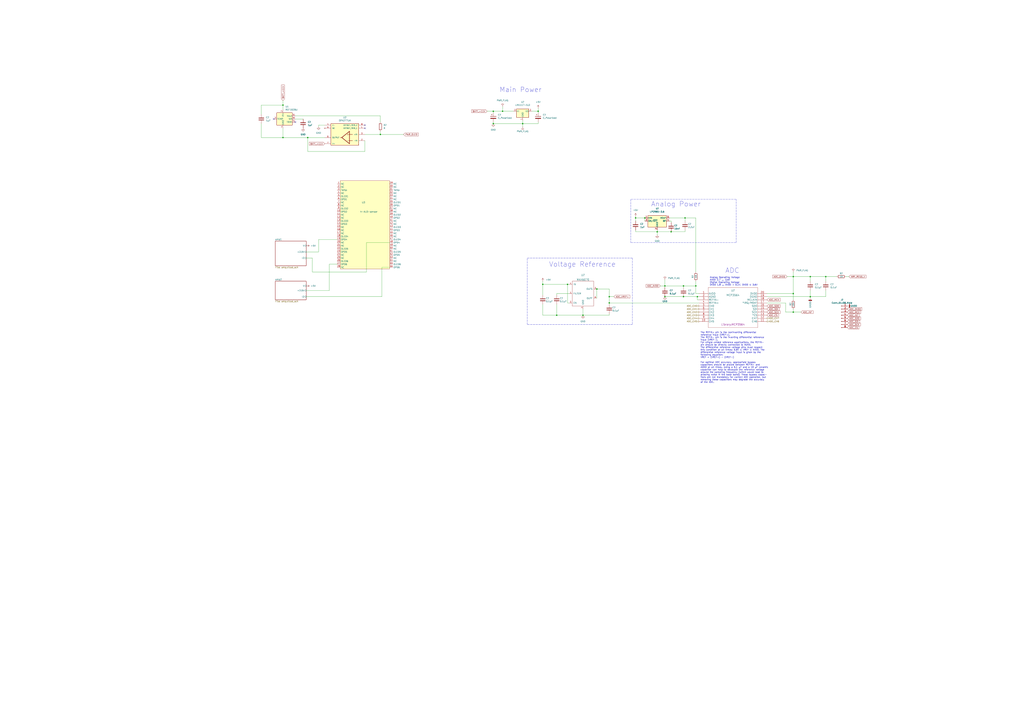
<source format=kicad_sch>
(kicad_sch (version 20211123) (generator eeschema)
  (paper "A1")
  (lib_symbols
    (symbol "Connector:Conn_01x08_Male" (pin_names (offset 1.016) hide)
      (property "Reference" "J" (at 0 10.16 0))
      (property "Value" "Conn_01x08_Male" (at 0 -12.7 0))
      (symbol "Conn_01x08_Male_1_1"
        (polyline (pts (xy 1.27 -10.16) (xy 0.8636 -10.16)) (stroke (width 0.1524)))
        (polyline (pts (xy 1.27 -7.62) (xy 0.8636 -7.62)) (stroke (width 0.1524)))
        (polyline (pts (xy 1.27 -5.08) (xy 0.8636 -5.08)) (stroke (width 0.1524)))
        (polyline (pts (xy 1.27 -2.54) (xy 0.8636 -2.54)) (stroke (width 0.1524)))
        (polyline (pts (xy 1.27 0) (xy 0.8636 0)) (stroke (width 0.1524)))
        (polyline (pts (xy 1.27 2.54) (xy 0.8636 2.54)) (stroke (width 0.1524)))
        (polyline (pts (xy 1.27 5.08) (xy 0.8636 5.08)) (stroke (width 0.1524)))
        (polyline (pts (xy 1.27 7.62) (xy 0.8636 7.62)) (stroke (width 0.1524)))
        (rectangle (start 0.8636 -10.033) (end 0 -10.287) (stroke (width 0.1524)) (fill (type outline)))
        (rectangle (start 0.8636 -7.493) (end 0 -7.747) (stroke (width 0.1524)) (fill (type outline)))
        (rectangle (start 0.8636 -4.953) (end 0 -5.207) (stroke (width 0.1524)) (fill (type outline)))
        (rectangle (start 0.8636 -2.413) (end 0 -2.667) (stroke (width 0.1524)) (fill (type outline)))
        (rectangle (start 0.8636 0.127) (end 0 -0.127) (stroke (width 0.1524)) (fill (type outline)))
        (rectangle (start 0.8636 2.667) (end 0 2.413) (stroke (width 0.1524)) (fill (type outline)))
        (rectangle (start 0.8636 5.207) (end 0 4.953) (stroke (width 0.1524)) (fill (type outline)))
        (rectangle (start 0.8636 7.747) (end 0 7.493) (stroke (width 0.1524)) (fill (type outline)))
        (pin passive line (at 5.08 7.62 180) (length 3.81) (name "Pin_1") (number "1"))
        (pin passive line (at 5.08 5.08 180) (length 3.81) (name "Pin_2") (number "2"))
        (pin passive line (at 5.08 2.54 180) (length 3.81) (name "Pin_3") (number "3"))
        (pin passive line (at 5.08 0 180) (length 3.81) (name "Pin_4") (number "4"))
        (pin passive line (at 5.08 -2.54 180) (length 3.81) (name "Pin_5") (number "5"))
        (pin passive line (at 5.08 -5.08 180) (length 3.81) (name "Pin_6") (number "6"))
        (pin passive line (at 5.08 -7.62 180) (length 3.81) (name "Pin_7") (number "7"))
        (pin passive line (at 5.08 -10.16 180) (length 3.81) (name "Pin_8") (number "8"))
      )
    )
    (symbol "Device:C" (pin_numbers hide) (pin_names (offset 0.254))
      (property "Reference" "C" (at 0.635 2.54 0))
      (property "Value" "C" (at 0.635 -2.54 0))
      (symbol "C_0_1"
        (polyline (pts (xy -2.032 -0.762) (xy 2.032 -0.762)) (stroke (width 0.508)))
        (polyline (pts (xy -2.032 0.762) (xy 2.032 0.762)) (stroke (width 0.508)))
      )
      (symbol "C_1_1"
        (pin passive line (at 0 3.81 270) (length 2.794) (name "~") (number "1"))
        (pin passive line (at 0 -3.81 90) (length 2.794) (name "~") (number "2"))
      )
    )
    (symbol "Device:C_Polarized" (pin_numbers hide) (pin_names (offset 0.254))
      (property "Reference" "C" (at 0.635 2.54 0))
      (property "Value" "C_Polarized" (at 0.635 -2.54 0))
      (symbol "C_Polarized_0_1"
        (rectangle (start -2.286 0.508) (end 2.286 1.016))
        (polyline (pts (xy -1.778 2.286) (xy -0.762 2.286)))
        (polyline (pts (xy -1.27 2.794) (xy -1.27 1.778)))
        (rectangle (start 2.286 -0.508) (end -2.286 -1.016) (fill (type outline)))
      )
      (symbol "C_Polarized_1_1"
        (pin passive line (at 0 3.81 270) (length 2.794) (name "~") (number "1"))
        (pin passive line (at 0 -3.81 90) (length 2.794) (name "~") (number "2"))
      )
    )
    (symbol "Device:R" (pin_numbers hide) (pin_names (offset 0))
      (property "Reference" "R" (at 2.032 0 90))
      (property "Value" "R" (at 0 0 90))
      (symbol "R_0_1"
        (rectangle (start -1.016 -2.54) (end 1.016 2.54) (stroke (width 0.254)))
      )
      (symbol "R_1_1"
        (pin passive line (at 0 3.81 270) (length 1.27) (name "~") (number "1"))
        (pin passive line (at 0 -3.81 90) (length 1.27) (name "~") (number "2"))
      )
    )
    (symbol "MCP3564:MCP3564" (pin_names (offset 0.254))
      (property "Reference" "U5" (at 27.94 2.54 0))
      (property "Value" "MCP3564" (at 27.94 -1.27 0))
      (property "Footprint" "Library:MCP3564" (at 27.94 6.096 0))
      (symbol "MCP3564_1_1"
        (polyline (pts (xy 7.62 -27.94) (xy 48.26 -27.94)) (stroke (width 0.127)))
        (polyline (pts (xy 7.62 5.08) (xy 7.62 -27.94)) (stroke (width 0.127)))
        (polyline (pts (xy 48.26 -27.94) (xy 48.26 5.08)) (stroke (width 0.127)))
        (polyline (pts (xy 48.26 5.08) (xy 7.62 5.08)) (stroke (width 0.127)))
        (pin power_in line (at 0 0 0) (length 7.62) (name "AVDD") (number "1"))
        (pin input line (at 0 -22.86 0) (length 7.62) (name "CH5") (number "10"))
        (pin input line (at 55.88 -22.86 180) (length 7.62) (name "CH6") (number "11"))
        (pin input line (at 55.88 -20.32 180) (length 7.62) (name "CH7") (number "12"))
        (pin input line (at 55.88 -17.78 180) (length 7.62) (name "*CS") (number "13"))
        (pin input line (at 55.88 -15.24 180) (length 7.62) (name "SCK") (number "14"))
        (pin input line (at 55.88 -12.7 180) (length 7.62) (name "SDI") (number "15"))
        (pin output line (at 55.88 -10.16 180) (length 7.62) (name "SDO") (number "16"))
        (pin output line (at 55.88 -7.62 180) (length 7.62) (name "*IRQ/MDAT") (number "17"))
        (pin bidirectional line (at 55.88 -5.08 180) (length 7.62) (name "MCLKIN") (number "18"))
        (pin power_in line (at 55.88 -2.54 180) (length 7.62) (name "DGND") (number "19"))
        (pin power_in line (at 0 -2.54 0) (length 7.62) (name "AGND") (number "2"))
        (pin power_in line (at 55.88 0 180) (length 7.62) (name "DVDD") (number "20"))
        (pin input line (at 0 -5.08 0) (length 7.62) (name "REFIN-") (number "3"))
        (pin input line (at 0 -7.62 0) (length 7.62) (name "REFIN+") (number "4"))
        (pin input line (at 0 -10.16 0) (length 7.62) (name "CH0") (number "5"))
        (pin input line (at 0 -12.7 0) (length 7.62) (name "CH1") (number "6"))
        (pin input line (at 0 -15.24 0) (length 7.62) (name "CH2") (number "7"))
        (pin input line (at 0 -17.78 0) (length 7.62) (name "CH3") (number "8"))
        (pin input line (at 0 -20.32 0) (length 7.62) (name "CH4") (number "9"))
      )
    )
    (symbol "OPAx277:OPA277UA" (pin_names (offset 1.016))
      (property "Reference" "U" (at -10.16 13.97 0))
      (property "Value" "OPA277UA" (at -10.16 -6.35 0))
      (symbol "OPA277UA_0_0"
        (rectangle (start -10.16 13.97) (end 12.7 -3.81) (stroke (width 0.254)) (fill (type background)))
        (polyline (pts (xy -5.08 5.08) (xy -2.54 5.08)) (stroke (width 0.254)))
        (polyline (pts (xy -5.08 10.16) (xy -2.54 10.16)) (stroke (width 0.254)))
        (polyline (pts (xy -2.54 2.54) (xy 3.81 7.62)) (stroke (width 0.4064)))
        (polyline (pts (xy -2.54 5.08) (xy -2.54 2.54)) (stroke (width 0.4064)))
        (polyline (pts (xy -2.54 10.16) (xy -2.54 5.08)) (stroke (width 0.4064)))
        (polyline (pts (xy -2.54 12.7) (xy -2.54 10.16)) (stroke (width 0.4064)))
        (polyline (pts (xy -1.905 5.08) (xy -0.635 5.08)) (stroke (width 0.1524)))
        (polyline (pts (xy -1.905 10.16) (xy -0.635 10.16)) (stroke (width 0.1524)))
        (polyline (pts (xy -1.27 5.715) (xy -1.27 4.445)) (stroke (width 0.1524)))
        (polyline (pts (xy 3.81 7.62) (xy -2.54 12.7)) (stroke (width 0.4064)))
        (polyline (pts (xy 3.81 7.62) (xy 5.08 7.62)) (stroke (width 0.254)))
        (pin input line (at -15.24 0 0) (length 5.08) (name "OFFSET_TRIM_1") (number "1"))
        (pin input line (at -15.24 10.16 0) (length 5.08) (name "-IN") (number "2"))
        (pin input line (at -15.24 5.08 0) (length 5.08) (name "+IN") (number "3"))
        (pin power_in line (at 17.78 -2.54 180) (length 5.08) (name "V-") (number "4"))
        (pin no_connect line (at 17.78 0 180) (length 5.08) (name "NC") (number "5"))
        (pin output line (at 17.78 7.62 180) (length 5.08) (name "OUTPUT") (number "6"))
        (pin power_in line (at 17.78 12.7 180) (length 5.08) (name "V+") (number "7"))
        (pin input line (at -15.24 -2.54 0) (length 5.08) (name "OFFSET_TRIM_2") (number "8"))
      )
    )
    (symbol "Reference_Voltage:REF102BU" (pin_names (offset 0.254))
      (property "Reference" "U" (at 0 8.255 0))
      (property "Value" "REF102BU" (at 3.175 6.35 0))
      (symbol "REF102BU_0_1"
        (rectangle (start -7.62 5.08) (end 5.08 -5.08) (stroke (width 0.254)) (fill (type background)))
      )
      (symbol "REF102BU_1_1"
        (pin no_connect line (at -5.08 -5.08 90) (length 2.54) hide (name "NC") (number "1"))
        (pin power_in line (at -2.54 7.62 270) (length 2.54) (name "Vin") (number "2"))
        (pin passive line (at -10.16 0 0) (length 2.54) (name "TEMP") (number "3"))
        (pin power_in line (at -2.54 -7.62 90) (length 2.54) (name "GND") (number "4"))
        (pin passive line (at 7.62 -2.54 180) (length 2.54) (name "TRIM") (number "5"))
        (pin power_out line (at 7.62 2.54 180) (length 2.54) (name "Vout") (number "6"))
        (pin no_connect line (at 0 -5.08 90) (length 2.54) hide (name "NC") (number "7"))
        (pin passive line (at 7.62 0 180) (length 2.54) (name "NR") (number "8"))
      )
    )
    (symbol "Regulator_Linear:LM1117-5.0" (pin_names (offset 0.254))
      (property "Reference" "U" (at -3.81 3.175 0))
      (property "Value" "LM1117-5.0" (at 0 3.175 0))
      (symbol "LM1117-5.0_0_1"
        (rectangle (start -5.08 -5.08) (end 5.08 1.905) (stroke (width 0.254)) (fill (type background)))
      )
      (symbol "LM1117-5.0_1_1"
        (pin power_in line (at 0 -7.62 90) (length 2.54) (name "GND") (number "1"))
        (pin power_out line (at 7.62 0 180) (length 2.54) (name "VO") (number "2"))
        (pin power_in line (at -7.62 0 0) (length 2.54) (name "VI") (number "3"))
      )
    )
    (symbol "Regulator_Linear:LP2985-3.3" (pin_names (offset 0.254))
      (property "Reference" "U" (at -6.35 5.715 0))
      (property "Value" "LP2985-3.3" (at 0 5.715 0))
      (symbol "LP2985-3.3_0_1"
        (rectangle (start -7.62 -5.08) (end 7.62 4.445) (stroke (width 0.254)) (fill (type background)))
      )
      (symbol "LP2985-3.3_1_1"
        (pin power_in line (at -10.16 2.54 0) (length 2.54) (name "VIN") (number "1"))
        (pin power_in line (at 0 -7.62 90) (length 2.54) (name "GND") (number "2"))
        (pin input line (at -10.16 0 0) (length 2.54) (name "ON/~{OFF}") (number "3"))
        (pin input line (at 10.16 0 180) (length 2.54) (name "BP") (number "4"))
        (pin power_out line (at 10.16 2.54 180) (length 2.54) (name "VOUT") (number "5"))
      )
    )
    (symbol "h-ALO:h-ALO-sensor"
      (property "Reference" "U" (at 0 20.32 0))
      (property "Value" "h-ALO-sensor" (at 0 22.86 0))
      (symbol "h-ALO-sensor_0_0"
        (pin input line (at -21.59 0 0) (length 2.54) (name "OPD2") (number "10"))
        (pin input line (at -21.59 -2.54 0) (length 2.54) (name "NC") (number "11"))
        (pin input line (at -21.59 -5.08 0) (length 2.54) (name "NC") (number "12"))
        (pin input line (at -21.59 -7.62 0) (length 2.54) (name "OLED3") (number "13"))
        (pin input line (at -21.59 -10.16 0) (length 2.54) (name "OPD3") (number "14"))
        (pin input line (at -21.59 -12.7 0) (length 2.54) (name "NC") (number "15"))
        (pin input line (at -21.59 -15.24 0) (length 2.54) (name "NC") (number "16"))
        (pin input line (at -21.59 -17.78 0) (length 2.54) (name "NC") (number "17"))
        (pin input line (at -21.59 -20.32 0) (length 2.54) (name "OLED4") (number "18"))
        (pin input line (at -21.59 -22.86 0) (length 2.54) (name "OPD4") (number "19"))
        (pin input line (at -21.59 20.32 0) (length 2.54) (name "NC") (number "2"))
        (pin input line (at -21.59 -25.4 0) (length 2.54) (name "NC") (number "20"))
        (pin input line (at -21.59 -27.94 0) (length 2.54) (name "NC") (number "21"))
        (pin input line (at -21.59 -30.48 0) (length 2.54) (name "OLED5") (number "22"))
        (pin input line (at -21.59 -33.02 0) (length 2.54) (name "OPD5") (number "23"))
        (pin input line (at -21.59 -35.56 0) (length 2.54) (name "NC") (number "24"))
        (pin input line (at -21.59 -38.1 0) (length 2.54) (name "NC") (number "25"))
        (pin input line (at -21.59 -40.64 0) (length 2.54) (name "OLED6") (number "26"))
        (pin input line (at -21.59 -43.18 0) (length 2.54) (name "OPD6") (number "27"))
        (pin input line (at -21.59 -45.72 0) (length 2.54) (name "NC") (number "28"))
        (pin input line (at -21.59 17.78 0) (length 2.54) (name "Temp") (number "3"))
        (pin input line (at 21.59 20.32 0) (length 2.54) (name "NC") (number "30"))
        (pin input line (at 21.59 17.78 0) (length 2.54) (name "Temp") (number "31"))
        (pin input line (at 21.59 15.24 0) (length 2.54) (name "NC") (number "32"))
        (pin input line (at 21.59 12.7 0) (length 2.54) (name "NC") (number "33"))
        (pin input line (at 21.59 10.16 0) (length 2.54) (name "NC") (number "34"))
        (pin input line (at 21.59 7.62 0) (length 2.54) (name "OLED1") (number "35"))
        (pin input line (at 21.59 5.08 0) (length 2.54) (name "OPD1") (number "36"))
        (pin input line (at 21.59 2.54 0) (length 2.54) (name "NC") (number "37"))
        (pin input line (at 21.59 0 0) (length 2.54) (name "NC") (number "38"))
        (pin input line (at 21.59 -2.54 0) (length 2.54) (name "OLED2") (number "39"))
        (pin input line (at -21.59 15.24 0) (length 2.54) (name "NC") (number "4"))
        (pin input line (at 21.59 -5.08 0) (length 2.54) (name "OPD2") (number "40"))
        (pin input line (at 21.59 -7.62 0) (length 2.54) (name "NC") (number "41"))
        (pin input line (at 21.59 -10.16 0) (length 2.54) (name "NC") (number "42"))
        (pin input line (at 21.59 -12.7 0) (length 2.54) (name "OLED3") (number "43"))
        (pin input line (at 21.59 -15.24 0) (length 2.54) (name "OPD3") (number "44"))
        (pin input line (at 21.59 -17.78 0) (length 2.54) (name "NC") (number "45"))
        (pin input line (at 21.59 -20.32 0) (length 2.54) (name "NC") (number "46"))
        (pin input line (at 21.59 -22.86 0) (length 2.54) (name "OLED4") (number "47"))
        (pin input line (at 21.59 -25.4 0) (length 2.54) (name "OPD4") (number "48"))
        (pin input line (at 21.59 -27.94 0) (length 2.54) (name "NC") (number "49"))
        (pin input line (at -21.59 12.7 0) (length 2.54) (name "OLED1") (number "5"))
        (pin input line (at 21.59 -30.48 0) (length 2.54) (name "NC") (number "50"))
        (pin input line (at 21.59 -33.02 0) (length 2.54) (name "OLED5") (number "51"))
        (pin input line (at 21.59 -35.56 0) (length 2.54) (name "OPD5") (number "52"))
        (pin input line (at 21.59 -38.1 0) (length 2.54) (name "NC") (number "53"))
        (pin input line (at 21.59 -40.64 0) (length 2.54) (name "NC") (number "54"))
        (pin input line (at 21.59 -43.18 0) (length 2.54) (name "OLED6") (number "55"))
        (pin input line (at 21.59 -45.72 0) (length 2.54) (name "OPD6") (number "56"))
        (pin input line (at -21.59 10.16 0) (length 2.54) (name "OPD1") (number "6"))
        (pin input line (at -21.59 7.62 0) (length 2.54) (name "NC") (number "7"))
        (pin input line (at -21.59 5.08 0) (length 2.54) (name "NC") (number "8"))
        (pin input line (at -21.59 2.54 0) (length 2.54) (name "OLED2") (number "9"))
      )
      (symbol "h-ALO-sensor_0_1"
        (rectangle (start -19.05 25.4) (end 21.59 -46.99) (fill (type background)))
      )
      (symbol "h-ALO-sensor_1_1"
        (pin input line (at -21.59 22.86 0) (length 2.54) (name "NC") (number "1"))
        (pin input line (at 21.59 22.86 0) (length 2.54) (name "NC") (number "29"))
      )
    )
    (symbol "max6070:MAX6070" (pin_names (offset 1.016))
      (property "Reference" "U" (at -8.89 11.43 0))
      (property "Value" "MAX6070" (at 8.89 11.43 0))
      (symbol "MAX6070_0_1"
        (rectangle (start -8.89 10.16) (end 8.89 -10.16))
      )
      (symbol "MAX6070_1_1"
        (pin passive line (at -11.43 0 0) (length 2.54) (name "FILTER") (number "1"))
        (pin power_in line (at 0 -12.7 90) (length 2.54) (name "GND") (number "2"))
        (pin input line (at -11.43 -7.62 0) (length 2.54) (name "EN") (number "3"))
        (pin power_in line (at -11.43 7.62 0) (length 2.54) (name "IN") (number "4"))
        (pin passive line (at 11.43 3.81 180) (length 2.54) (name "OUTS") (number "5"))
        (pin power_out line (at 11.43 -3.81 180) (length 2.54) (name "OUTF") (number "6"))
      )
    )
    (symbol "power:+5V" (power) (pin_names (offset 0))
      (property "Value" "+5V" (at 0 3.556 0))
      (symbol "+5V_0_1"
        (polyline (pts (xy -0.762 1.27) (xy 0 2.54)))
        (polyline (pts (xy 0 0) (xy 0 2.54)))
        (polyline (pts (xy 0 2.54) (xy 0.762 1.27)))
      )
      (symbol "+5V_1_1"
        (pin power_in line (at 0 0 90) (length 0) hide (name "+5V") (number "1"))
      )
    )
    (symbol "power:GND" (power) (pin_names (offset 0))
      (property "Value" "GND" (at 0 -3.81 0))
      (symbol "GND_0_1"
        (polyline (pts (xy 0 0) (xy 0 -1.27) (xy 1.27 -1.27) (xy 0 -2.54) (xy -1.27 -1.27) (xy 0 -1.27)))
      )
      (symbol "GND_1_1"
        (pin power_in line (at 0 0 270) (length 0) hide (name "GND") (number "1"))
      )
    )
    (symbol "power:GNDD" (power) (pin_names (offset 0))
      (property "Value" "GNDD" (at 0 -3.175 0))
      (symbol "GNDD_0_1"
        (rectangle (start -1.27 -1.524) (end 1.27 -2.032) (stroke (width 0.254)) (fill (type outline)))
        (polyline (pts (xy 0 0) (xy 0 -1.524)))
      )
      (symbol "GNDD_1_1"
        (pin power_in line (at 0 0 270) (length 0) hide (name "GNDD") (number "1"))
      )
    )
    (symbol "power:PWR_FLAG" (power) (pin_numbers hide) (pin_names (offset 0) hide)
      (property "Value" "PWR_FLAG" (at 0 3.81 0))
      (symbol "PWR_FLAG_0_0"
        (pin power_out line (at 0 0 90) (length 0) (name "pwr") (number "1"))
      )
      (symbol "PWR_FLAG_0_1"
        (polyline (pts (xy 0 0) (xy 0 1.27) (xy -1.016 1.905) (xy 0 2.54) (xy 1.016 1.905) (xy 0 1.27)))
      )
    )
  )
  (junction (at 457.2 259.08))
  (junction (at 571.5 234.95))
  (junction (at 252.73 113.03))
  (junction (at 232.41 113.03))
  (junction (at 678.18 227.33))
  (junction (at 441.96 91.44))
  (junction (at 651.51 256.54))
  (junction (at 539.75 190.5))
  (junction (at 478.79 259.08))
  (junction (at 405.13 101.6))
  (junction (at 500.38 248.92))
  (junction (at 572.77 243.84))
  (junction (at 651.51 227.33))
  (junction (at 412.75 91.44))
  (junction (at 561.34 234.95))
  (junction (at 546.1 243.84))
  (junction (at 429.26 101.6))
  (junction (at 232.41 86.36))
  (junction (at 500.38 243.84))
  (junction (at 529.59 179.07))
  (junction (at 445.77 233.68))
  (junction (at 561.34 243.84))
  (junction (at 665.48 243.84))
  (junction (at 312.42 110.49))
  (junction (at 466.09 233.68))
  (junction (at 665.48 227.33))
  (junction (at 651.51 241.3))
  (junction (at 551.18 190.5))
  (junction (at 521.97 179.07))
  (junction (at 546.1 234.95))
  (junction (at 490.22 237.49))
  (junction (at 405.13 91.44))
  (junction (at 562.61 179.07))
  (no_connect (at 242.57 100.33))
  (no_connect (at 299.72 102.87))
  (no_connect (at 299.72 105.41))
  (no_connect (at 224.79 97.79))
  (wire (pts (xy 504.19 243.84) (xy 500.38 243.84)))
  (wire (pts (xy 551.18 181.61) (xy 549.91 181.61)))
  (wire (pts (xy 562.61 179.07) (xy 571.5 179.07)))
  (wire (pts (xy 214.63 113.03) (xy 214.63 101.6)))
  (wire (pts (xy 445.77 233.68) (xy 445.77 242.57)))
  (wire (pts (xy 571.5 234.95) (xy 561.34 234.95)))
  (wire (pts (xy 629.92 243.84) (xy 665.48 243.84)))
  (wire (pts (xy 478.79 254) (xy 478.79 259.08)))
  (wire (pts (xy 539.75 193.04) (xy 539.75 190.5)))
  (wire (pts (xy 457.2 259.08) (xy 445.77 259.08)))
  (wire (pts (xy 490.22 237.49) (xy 490.22 245.11)))
  (wire (pts (xy 549.91 179.07) (xy 562.61 179.07)))
  (wire (pts (xy 261.62 207.01) (xy 251.46 207.01)))
  (wire (pts (xy 232.41 86.36) (xy 232.41 90.17)))
  (wire (pts (xy 457.2 241.3) (xy 457.2 242.57)))
  (wire (pts (xy 678.18 243.84) (xy 665.48 243.84)))
  (wire (pts (xy 457.2 250.19) (xy 457.2 259.08)))
  (polyline (pts (xy 604.52 199.39) (xy 604.52 163.83)))
  (wire (pts (xy 299.72 115.57) (xy 299.72 124.46)))
  (wire (pts (xy 521.97 190.5) (xy 539.75 190.5)))
  (wire (pts (xy 466.09 233.68) (xy 466.09 248.92)))
  (wire (pts (xy 678.18 238.76) (xy 678.18 243.84)))
  (wire (pts (xy 500.38 237.49) (xy 500.38 243.84)))
  (wire (pts (xy 214.63 86.36) (xy 232.41 86.36)))
  (wire (pts (xy 651.51 227.33) (xy 651.51 241.3)))
  (wire (pts (xy 500.38 250.19) (xy 500.38 248.92)))
  (wire (pts (xy 400.05 91.44) (xy 405.13 91.44)))
  (wire (pts (xy 299.72 124.46) (xy 252.73 124.46)))
  (wire (pts (xy 405.13 91.44) (xy 412.75 91.44)))
  (wire (pts (xy 256.54 212.09) (xy 251.46 212.09)))
  (wire (pts (xy 539.75 190.5) (xy 551.18 190.5)))
  (wire (pts (xy 232.41 105.41) (xy 232.41 113.03)))
  (wire (pts (xy 312.42 110.49) (xy 331.47 110.49)))
  (wire (pts (xy 521.97 179.07) (xy 529.59 179.07)))
  (wire (pts (xy 521.97 190.5) (xy 521.97 189.23)))
  (wire (pts (xy 232.41 82.55) (xy 232.41 86.36)))
  (wire (pts (xy 646.43 227.33) (xy 651.51 227.33)))
  (wire (pts (xy 521.97 179.07) (xy 521.97 181.61)))
  (wire (pts (xy 629.92 241.3) (xy 651.51 241.3)))
  (wire (pts (xy 313.69 219.71) (xy 320.04 219.71)))
  (wire (pts (xy 270.51 238.76) (xy 270.51 217.17)))
  (wire (pts (xy 466.09 233.68) (xy 467.36 233.68)))
  (polyline (pts (xy 433.07 266.7) (xy 433.07 212.09)))
  (polyline (pts (xy 433.07 212.09) (xy 519.43 212.09)))
  (wire (pts (xy 266.7 102.87) (xy 261.62 102.87)))
  (wire (pts (xy 562.61 179.07) (xy 562.61 181.61)))
  (wire (pts (xy 651.51 223.52) (xy 651.51 227.33)))
  (wire (pts (xy 467.36 248.92) (xy 466.09 248.92)))
  (wire (pts (xy 429.26 99.06) (xy 429.26 101.6)))
  (wire (pts (xy 312.42 95.25) (xy 312.42 100.33)))
  (wire (pts (xy 320.04 199.39) (xy 300.99 199.39)))
  (wire (pts (xy 561.34 243.84) (xy 572.77 243.84)))
  (wire (pts (xy 539.75 189.23) (xy 539.75 190.5)))
  (wire (pts (xy 665.48 227.33) (xy 665.48 231.14)))
  (wire (pts (xy 276.86 196.85) (xy 261.62 196.85)))
  (wire (pts (xy 546.1 229.87) (xy 546.1 234.95)))
  (wire (pts (xy 490.22 237.49) (xy 500.38 237.49)))
  (wire (pts (xy 256.54 223.52) (xy 256.54 212.09)))
  (wire (pts (xy 405.13 101.6) (xy 429.26 101.6)))
  (wire (pts (xy 312.42 107.95) (xy 312.42 110.49)))
  (wire (pts (xy 232.41 113.03) (xy 214.63 113.03)))
  (wire (pts (xy 500.38 243.84) (xy 500.38 248.92)))
  (wire (pts (xy 270.51 217.17) (xy 276.86 217.17)))
  (wire (pts (xy 651.51 254) (xy 651.51 256.54)))
  (wire (pts (xy 561.34 234.95) (xy 561.34 236.22)))
  (wire (pts (xy 546.1 234.95) (xy 561.34 234.95)))
  (wire (pts (xy 412.75 91.44) (xy 421.64 91.44)))
  (wire (pts (xy 546.1 234.95) (xy 546.1 236.22)))
  (wire (pts (xy 645.16 256.54) (xy 651.51 256.54)))
  (wire (pts (xy 242.57 95.25) (xy 312.42 95.25)))
  (wire (pts (xy 629.92 248.92) (xy 645.16 248.92)))
  (wire (pts (xy 572.77 246.38) (xy 572.77 243.84)))
  (polyline (pts (xy 518.16 199.39) (xy 604.52 199.39)))
  (wire (pts (xy 252.73 113.03) (xy 266.7 113.03)))
  (wire (pts (xy 551.18 190.5) (xy 562.61 190.5)))
  (wire (pts (xy 500.38 259.08) (xy 500.38 257.81)))
  (polyline (pts (xy 519.43 266.7) (xy 433.07 266.7)))
  (wire (pts (xy 678.18 227.33) (xy 678.18 231.14)))
  (polyline (pts (xy 518.16 163.83) (xy 518.16 199.39)))
  (wire (pts (xy 678.18 227.33) (xy 687.07 227.33)))
  (wire (pts (xy 478.79 259.08) (xy 500.38 259.08)))
  (wire (pts (xy 651.51 241.3) (xy 651.51 246.38)))
  (wire (pts (xy 412.75 87.63) (xy 412.75 91.44)))
  (wire (pts (xy 252.73 124.46) (xy 252.73 113.03)))
  (wire (pts (xy 574.04 241.3) (xy 571.5 241.3)))
  (wire (pts (xy 445.77 231.14) (xy 445.77 233.68)))
  (wire (pts (xy 441.96 91.44) (xy 441.96 88.9)))
  (wire (pts (xy 665.48 243.84) (xy 665.48 245.11)))
  (wire (pts (xy 445.77 233.68) (xy 466.09 233.68)))
  (polyline (pts (xy 604.52 163.83) (xy 518.16 163.83)))
  (wire (pts (xy 500.38 248.92) (xy 574.04 248.92)))
  (wire (pts (xy 405.13 92.71) (xy 405.13 91.44)))
  (wire (pts (xy 551.18 182.88) (xy 551.18 181.61)))
  (wire (pts (xy 562.61 190.5) (xy 562.61 189.23)))
  (wire (pts (xy 694.69 227.33) (xy 697.23 227.33)))
  (wire (pts (xy 441.96 101.6) (xy 441.96 100.33)))
  (wire (pts (xy 571.5 231.14) (xy 571.5 234.95)))
  (wire (pts (xy 651.51 256.54) (xy 657.86 256.54)))
  (wire (pts (xy 574.04 246.38) (xy 572.77 246.38)))
  (wire (pts (xy 312.42 110.49) (xy 299.72 110.49)))
  (wire (pts (xy 251.46 238.76) (xy 270.51 238.76)))
  (wire (pts (xy 436.88 91.44) (xy 441.96 91.44)))
  (wire (pts (xy 405.13 100.33) (xy 405.13 101.6)))
  (wire (pts (xy 665.48 227.33) (xy 678.18 227.33)))
  (wire (pts (xy 467.36 241.3) (xy 457.2 241.3)))
  (wire (pts (xy 261.62 102.87) (xy 261.62 104.14)))
  (wire (pts (xy 546.1 243.84) (xy 561.34 243.84)))
  (wire (pts (xy 572.77 243.84) (xy 574.04 243.84)))
  (wire (pts (xy 429.26 101.6) (xy 441.96 101.6)))
  (wire (pts (xy 645.16 248.92) (xy 645.16 256.54)))
  (wire (pts (xy 261.62 196.85) (xy 261.62 207.01)))
  (wire (pts (xy 478.79 259.08) (xy 457.2 259.08)))
  (wire (pts (xy 445.77 259.08) (xy 445.77 250.19)))
  (wire (pts (xy 571.5 223.52) (xy 571.5 179.07)))
  (wire (pts (xy 429.26 104.14) (xy 429.26 101.6)))
  (wire (pts (xy 571.5 241.3) (xy 571.5 234.95)))
  (wire (pts (xy 529.59 179.07) (xy 529.59 181.61)))
  (wire (pts (xy 542.29 234.95) (xy 546.1 234.95)))
  (wire (pts (xy 242.57 97.79) (xy 248.92 97.79)))
  (wire (pts (xy 214.63 93.98) (xy 214.63 86.36)))
  (wire (pts (xy 300.99 223.52) (xy 256.54 223.52)))
  (wire (pts (xy 251.46 243.84) (xy 313.69 243.84)))
  (wire (pts (xy 313.69 243.84) (xy 313.69 219.71)))
  (polyline (pts (xy 519.43 212.09) (xy 519.43 266.7)))
  (wire (pts (xy 665.48 238.76) (xy 665.48 243.84)))
  (wire (pts (xy 300.99 199.39) (xy 300.99 223.52)))
  (wire (pts (xy 665.48 227.33) (xy 651.51 227.33)))
  (wire (pts (xy 441.96 91.44) (xy 441.96 92.71)))
  (wire (pts (xy 521.97 177.8) (xy 521.97 179.07)))
  (wire (pts (xy 232.41 113.03) (xy 252.73 113.03)))
  (text "Analog Operating Voltage\nAVDD 2.7 ... 3.6V\nDigital Operating Voltage\nDVDD 1.8 ... AVDD + 0.1V, DVDD ≤ 3.6V" (at 582.93 234.95 0) (effects (font (size 1.27 1.27)) (justify left bottom)))
  (text "ADC" (at 595.63 224.79 0) (effects (font (size 4 4)) (justify left bottom)))
  (text "The REFIN+ pin is the noninverting differential\nreference input (VREF+).\nThe REFIN- pin is the inverting differential reference\ninput (VREF-).\nFor single-ended reference applications, the REFIN-\npin should be directly connected to AGND.\nThe differential reference voltage pins must respect\nthis condition at all times: 0.6V ≤ VREF ≤ AVDD. The\ndifferential reference voltage input is given by the\nfollowing equation:\nVREF = (VREF+) - (VREF-)\n\nFor optimal ADC accuracy, appropriate bypass\ncapacitors should be placed between REFIN+ and\nAGND at all times. Using a 0.1 µF and a 10 µF ceramic\ncapacitor can help to decouple the reference voltage\naround the sampling frequency (which would lead to\naliasing noise in the base band). These bypass capac-\nitors are not mandatory for correct ADC operation, but\nremoving these capacitors may degrade the accuracy\nof the ADC." (at 575.31 314.96 0) (effects (font (size 1.27 1.27)) (justify left bottom)))
  (text "Main Power" (at 410.21 76.2 0) (effects (font (size 4 4)) (justify left bottom)))
  (text "Analog Power" (at 534.67 170.18 0) (effects (font (size 4 4)) (justify left bottom)))
  (text "Voltage Reference" (at 450.85 219.71 0) (effects (font (size 4 4)) (justify left bottom)))
  (global_label "BATT_+11V" (shape input) (at 400.05 91.44 180) (property "Intersheet References" "${INTERSHEET_REFS}" (effects hide)))
  (global_label "ADC_SDI" (shape input) (at 695.96 264.16 0) (property "Intersheet References" "${INTERSHEET_REFS}" (effects hide)))
  (global_label "NRF_REG0_V" (shape input) (at 697.23 227.33 0) (property "Intersheet References" "${INTERSHEET_REFS}" (effects hide)))
  (global_label "ADC_MCK" (shape input) (at 695.96 256.54 0) (property "Intersheet References" "${INTERSHEET_REFS}" (effects hide)))
  (global_label "ADC_SDI" (shape input) (at 629.92 254 0) (property "Intersheet References" "${INTERSHEET_REFS}" (effects hide)))
  (global_label "ADC_MCK" (shape input) (at 629.92 246.38 0) (property "Intersheet References" "${INTERSHEET_REFS}" (effects hide)))
  (global_label "ADC_CS" (shape input) (at 695.96 269.24 0) (property "Intersheet References" "${INTERSHEET_REFS}" (effects hide)))
  (global_label "BATT_+11V" (shape input) (at 266.7 118.11 180) (property "Intersheet References" "${INTERSHEET_REFS}" (effects hide)))
  (global_label "ADC_SCK" (shape input) (at 629.92 256.54 0) (property "Intersheet References" "${INTERSHEET_REFS}" (effects hide)))
  (global_label "ADC_SDO" (shape input) (at 695.96 261.62 0) (property "Intersheet References" "${INTERSHEET_REFS}" (effects hide)))
  (global_label "ADC_VREF+" (shape input) (at 504.19 243.84 0) (property "Intersheet References" "${INTERSHEET_REFS}" (effects hide)))
  (global_label "ADC_INT" (shape input) (at 695.96 259.08 0) (property "Intersheet References" "${INTERSHEET_REFS}" (effects hide)))
  (global_label "ADC_AVDD" (shape input) (at 542.29 234.95 180) (property "Intersheet References" "${INTERSHEET_REFS}" (effects hide)))
  (global_label "ADC_CS" (shape input) (at 629.92 259.08 0) (property "Intersheet References" "${INTERSHEET_REFS}" (effects hide)))
  (global_label "ADC_SCK" (shape input) (at 695.96 266.7 0) (property "Intersheet References" "${INTERSHEET_REFS}" (effects hide)))
  (global_label "ADC_DVDD" (shape input) (at 646.43 227.33 180) (property "Intersheet References" "${INTERSHEET_REFS}" (effects hide)))
  (global_label "ADC_SDO" (shape input) (at 629.92 251.46 0) (property "Intersheet References" "${INTERSHEET_REFS}" (effects hide)))
  (global_label "PWR_OLED" (shape input) (at 331.47 110.49 0) (property "Intersheet References" "${INTERSHEET_REFS}" (effects hide)))
  (global_label "BATT_+11V" (shape input) (at 232.41 82.55 90) (property "Intersheet References" "${INTERSHEET_REFS}" (effects hide)))
  (global_label "ADC_INT" (shape input) (at 657.86 256.54 0) (property "Intersheet References" "${INTERSHEET_REFS}" (effects hide)))
  (global_label "ADC_DVDD" (shape input) (at 695.96 254 0) (property "Intersheet References" "${INTERSHEET_REFS}" (effects hide)))
  (hierarchical_label "ADC_CH2" (shape output) (at 574.04 256.54 180))
  (hierarchical_label "ADC_CH0" (shape output) (at 574.04 251.46 180))
  (hierarchical_label "ADC_CH1" (shape output) (at 574.04 254 180))
  (hierarchical_label "ADC_CH5" (shape output) (at 574.04 264.16 180))
  (hierarchical_label "ADC_CH7" (shape output) (at 629.92 261.62 0))
  (hierarchical_label "ADC_CH4" (shape output) (at 574.04 261.62 180))
  (hierarchical_label "ADC_CH3" (shape output) (at 574.04 259.08 180))
  (hierarchical_label "ADC_CH6" (shape output) (at 629.92 264.16 0))
  (symbol (lib_id "Connector:Conn_01x08_Male") (at 690.88 259.08 0) (unit 1)
    (property "Reference" "J?" (at 691.515 246.38 0))
    (property "Value" "Conn_01x08_Male" (at 691.515 248.92 0))
    (property "Footprint" "Connector_PinHeader_2.54mm:PinHeader_1x08_P2.54mm_Vertical" (effects hide))
  )
  (symbol (lib_id "power:GND") (at 478.79 259.08 0) (unit 1)
    (property "Reference" "#PWR?" (effects hide))
    (property "Value" "GND" (at 478.79 264.16 0))
  )
  (symbol (lib_id "Device:R") (at 651.51 250.19 0) (unit 1)
    (property "Reference" "R?" (at 649.224 249.936 90))
    (property "Value" "10k" (at 651.51 250.19 90))
    (property "Footprint" "Resistor_SMD:R_0805_2012Metric_Pad1.20x1.40mm_HandSolder" (effects hide))
  )
  (symbol (lib_id "max6070:MAX6070") (at 478.79 241.3 0) (unit 1)
    (property "Reference" "U?" (at 478.79 226.06 0) (effects (font (size 1.524 1.524))))
    (property "Value" "MAX6070" (at 478.79 229.87 0) (effects (font (size 1.524 1.524))))
    (property "Footprint" "Package_TO_SOT_SMD:SOT-23-6_Handsoldering" (effects hide))
  )
  (symbol (lib_id "Regulator_Linear:LP2985-3.3") (at 539.75 181.61 0) (unit 1)
    (property "Reference" "U?" (at 539.75 171.45 0))
    (property "Value" "LP2985-3.6" (at 539.75 173.99 0))
    (property "Footprint" "Package_TO_SOT_SMD:SOT-23-5" (effects hide))
    (property "Datasheet" "http://www.ti.com/lit/ds/symlink/lp2985.pdf" (effects hide))
  )
  (symbol (lib_id "Device:C") (at 551.18 186.69 0) (unit 1)
    (property "Reference" "C?" (at 553.72 185.42 0) (effects (justify left)))
    (property "Value" "10nF" (at 553.72 187.96 0) (effects (justify left)))
    (property "Footprint" "Capacitor_SMD:C_0805_2012Metric_Pad1.18x1.45mm_HandSolder" (effects hide))
  )
  (symbol (lib_id "power:PWR_FLAG") (at 651.51 223.52 0) (unit 1)
    (property "Reference" "#FLG?" (effects hide))
    (property "Value" "PWR_FLAG" (at 654.05 222.2499 0) (effects (justify left)))
  )
  (symbol (lib_id "power:PWR_FLAG") (at 429.26 104.14 180) (unit 1)
    (property "Reference" "#FLG?" (effects hide))
    (property "Value" "PWR_FLAG" (at 429.26 107.95 0))
  )
  (symbol (lib_id "Regulator_Linear:LM1117-5.0") (at 429.26 91.44 0) (unit 1)
    (property "Reference" "U?" (at 429.26 83.82 0))
    (property "Value" "LM1117-5.0" (at 429.26 86.36 0))
    (property "Footprint" "Package_TO_SOT_SMD:SOT-223-3_TabPin2" (effects hide))
    (property "Datasheet" "http://www.ti.com/lit/ds/symlink/lm1117.pdf" (effects hide))
  )
  (symbol (lib_id "OPAx277:OPA277UA") (at 284.48 105.41 180) (unit 1)
    (property "Reference" "U2" (at 283.21 96.52 0))
    (property "Value" "OPA277UA" (at 283.21 99.06 0))
    (property "Footprint" "Package_SO:SOIC-8_3.9x4.9mm_P1.27mm" (effects hide))
    (property "PARTREV" "02/2019" (effects hide))
    (property "MAXIMUM_PACKAGE_HEIGHT" "1.75 mm" (effects hide))
    (property "STANDARD" "IPC 7351B" (effects hide))
    (property "MANUFACTURER" "Texas Instruments" (effects hide))
  )
  (symbol (lib_id "h-ALO:h-ALO-sensor") (at 298.45 173.99 0) (unit 1)
    (property "Reference" "U3" (at 297.18 166.37 0) (effects (justify left)))
    (property "Value" "h-ALO-sensor" (at 295.91 173.99 0) (effects (justify left)))
    (property "Footprint" "h-ALO:h-ALO-sensor" (effects hide))
  )
  (symbol (lib_id "power:GND") (at 261.62 104.14 0) (unit 1)
    (property "Reference" "#PWR?" (effects hide))
    (property "Value" "GND" (at 261.62 109.22 0))
  )
  (symbol (lib_id "power:GND") (at 248.92 105.41 0) (unit 1)
    (property "Reference" "#PWR?" (effects hide))
    (property "Value" "GND" (at 248.92 110.49 0))
  )
  (symbol (lib_id "power:GNDD") (at 695.96 251.46 90) (unit 1)
    (property "Reference" "#PWR?" (effects hide))
    (property "Value" "GNDD" (at 698.5 251.46 90) (effects (justify right)))
  )
  (symbol (lib_id "Device:C") (at 678.18 234.95 0) (unit 1)
    (property "Reference" "C?" (at 681.99 233.6799 0) (effects (justify left)))
    (property "Value" "0.1uF" (at 681.99 236.2199 0) (effects (justify left)))
    (property "Footprint" "Capacitor_SMD:C_0805_2012Metric_Pad1.18x1.45mm_HandSolder" (effects hide))
  )
  (symbol (lib_id "Device:C") (at 665.48 234.95 0) (unit 1)
    (property "Reference" "C?" (at 669.29 233.6799 0) (effects (justify left)))
    (property "Value" "0.1µF" (at 669.29 236.2199 0) (effects (justify left)))
    (property "Footprint" "Capacitor_SMD:C_0805_2012Metric_Pad1.18x1.45mm_HandSolder" (effects hide))
  )
  (symbol (lib_id "Device:C") (at 562.61 185.42 0) (unit 1)
    (property "Reference" "C?" (at 565.15 184.15 0) (effects (justify left)))
    (property "Value" "2.2uF" (at 565.15 186.69 0) (effects (justify left)))
    (property "Footprint" "Capacitor_SMD:C_0805_2012Metric_Pad1.18x1.45mm_HandSolder" (effects hide))
  )
  (symbol (lib_id "Device:C") (at 521.97 185.42 0) (unit 1)
    (property "Reference" "C?" (at 525.78 184.1499 0) (effects (justify left)))
    (property "Value" "1uF" (at 525.78 186.6899 0) (effects (justify left)))
    (property "Footprint" "Capacitor_SMD:C_0805_2012Metric_Pad1.18x1.45mm_HandSolder" (effects hide))
  )
  (symbol (lib_id "power:PWR_FLAG") (at 412.75 87.63 0) (unit 1)
    (property "Reference" "#FLG?" (effects hide))
    (property "Value" "PWR_FLAG" (at 412.75 82.55 0))
  )
  (symbol (lib_id "Device:C") (at 457.2 246.38 0) (unit 1)
    (property "Reference" "C?" (at 459.74 245.11 0) (effects (justify left)))
    (property "Value" "0.1µF" (at 459.74 247.65 0) (effects (justify left)))
    (property "Footprint" "Capacitor_SMD:C_0805_2012Metric_Pad1.18x1.45mm_HandSolder" (effects hide))
  )
  (symbol (lib_id "Device:C") (at 214.63 97.79 0) (unit 1)
    (property "Reference" "C?" (at 218.44 96.5199 0) (effects (justify left)))
    (property "Value" "1µF" (at 218.44 99.0599 0) (effects (justify left)))
  )
  (symbol (lib_id "MCP3564:MCP3564") (at 574.04 241.3 0) (unit 1)
    (property "Reference" "U?" (at 601.98 238.76 0) (effects (font (size 1.524 1.524))))
    (property "Value" "MCP3564" (at 601.98 242.57 0) (effects (font (size 1.524 1.524))))
    (property "Footprint" "Library:MCP3564" (at 601.98 266.7 0) (effects (font (size 1.524 1.524))))
  )
  (symbol (lib_id "power:+5V") (at 521.97 177.8 0) (unit 1)
    (property "Reference" "#PWR?" (effects hide))
    (property "Value" "+5V" (at 521.97 172.72 0))
  )
  (symbol (lib_id "power:GND") (at 546.1 243.84 0) (unit 1)
    (property "Reference" "#PWR?" (effects hide))
    (property "Value" "GND" (at 546.1 247.65 0))
  )
  (symbol (lib_id "power:+5V") (at 441.96 88.9 0) (unit 1)
    (property "Reference" "#PWR?" (effects hide))
    (property "Value" "+5V" (at 441.96 83.82 0))
  )
  (symbol (lib_id "Device:R") (at 690.88 227.33 90) (unit 1)
    (property "Reference" "R?" (at 690.88 224.79 90))
    (property "Value" "10" (at 690.88 227.33 90))
    (property "Footprint" "Resistor_SMD:R_0805_2012Metric_Pad1.20x1.40mm_HandSolder" (effects hide))
  )
  (symbol (lib_id "power:GND") (at 405.13 101.6 0) (unit 1)
    (property "Reference" "#PWR?" (effects hide))
    (property "Value" "GND" (at 405.13 106.68 0))
  )
  (symbol (lib_id "power:+5V") (at 251.46 201.93 270) (unit 1)
    (property "Reference" "#PWR?" (effects hide))
    (property "Value" "+5V" (at 255.27 201.9299 90) (effects (justify left)))
  )
  (symbol (lib_id "Device:C") (at 248.92 101.6 0) (unit 1)
    (property "Reference" "C?" (at 252.73 100.3299 0) (effects (justify left)))
    (property "Value" "1µF" (at 252.73 102.8699 0) (effects (justify left)))
  )
  (symbol (lib_id "Device:C_Polarized") (at 441.96 96.52 0) (unit 1)
    (property "Reference" "C?" (at 445.77 94.3609 0) (effects (justify left)))
    (property "Value" "C_Polarized" (at 445.77 96.9009 0) (effects (justify left)))
    (property "Footprint" "Capacitor_THT:CP_Radial_D5.0mm_P2.00mm" (effects hide))
  )
  (symbol (lib_id "Device:C_Polarized") (at 405.13 96.52 0) (unit 1)
    (property "Reference" "C?" (at 408.94 94.3609 0) (effects (justify left)))
    (property "Value" "C_Polarized" (at 408.94 96.9009 0) (effects (justify left)))
    (property "Footprint" "Capacitor_THT:CP_Radial_D5.0mm_P2.00mm" (effects hide))
  )
  (symbol (lib_id "power:PWR_FLAG") (at 546.1 229.87 0) (unit 1)
    (property "Reference" "#FLG?" (effects hide))
    (property "Value" "PWR_FLAG" (at 548.64 228.5999 0) (effects (justify left)))
  )
  (symbol (lib_id "power:GND") (at 539.75 193.04 0) (unit 1)
    (property "Reference" "#PWR?" (effects hide))
    (property "Value" "GND" (at 539.75 198.12 0))
  )
  (symbol (lib_id "Reference_Voltage:REF102BU") (at 234.95 97.79 0) (unit 1)
    (property "Reference" "U1" (at 234.4294 87.63 0) (effects (justify left)))
    (property "Value" "REF102BU" (at 234.4294 90.17 0) (effects (justify left)))
    (property "Footprint" "Package_SO:SOIC-8_3.9x4.9mm_P1.27mm" (effects hide))
    (property "Datasheet" "http://www.ti.com/lit/ds/symlink/ref02.pdf" (effects hide))
  )
  (symbol (lib_id "Device:C") (at 445.77 246.38 0) (unit 1)
    (property "Reference" "C?" (at 448.31 245.11 0) (effects (justify left)))
    (property "Value" "0.1µF" (at 448.31 247.65 0) (effects (justify left)))
    (property "Footprint" "Capacitor_SMD:C_0805_2012Metric_Pad1.18x1.45mm_HandSolder" (effects hide))
  )
  (symbol (lib_id "power:+5V") (at 445.77 231.14 0) (unit 1)
    (property "Reference" "#PWR?" (effects hide))
    (property "Value" "+5V" (at 448.31 229.8699 0) (effects (justify left)))
  )
  (symbol (lib_id "Device:R") (at 571.5 227.33 180) (unit 1)
    (property "Reference" "R?" (at 568.96 227.33 90))
    (property "Value" "10" (at 571.5 227.33 90))
    (property "Footprint" "Resistor_SMD:R_0805_2012Metric_Pad1.20x1.40mm_HandSolder" (effects hide))
  )
  (symbol (lib_id "Device:C") (at 546.1 240.03 0) (unit 1)
    (property "Reference" "C?" (at 549.91 238.7599 0) (effects (justify left)))
    (property "Value" "0.1µF" (at 549.91 241.2999 0) (effects (justify left)))
    (property "Footprint" "Capacitor_SMD:C_0805_2012Metric_Pad1.18x1.45mm_HandSolder" (effects hide))
  )
  (symbol (lib_id "power:GNDD") (at 665.48 245.11 0) (unit 1)
    (property "Reference" "#PWR?" (effects hide))
    (property "Value" "GNDD" (at 665.48 247.65 90) (effects (justify right)))
  )
  (symbol (lib_id "Device:C") (at 500.38 254 0) (unit 1)
    (property "Reference" "C?" (at 502.92 252.73 0) (effects (justify left)))
    (property "Value" "0.1µF" (at 502.92 255.27 0) (effects (justify left)))
    (property "Footprint" "Capacitor_SMD:C_0805_2012Metric_Pad1.18x1.45mm_HandSolder" (effects hide))
  )
  (symbol (lib_id "Device:R") (at 312.42 104.14 0) (unit 1)
    (property "Reference" "R?" (at 314.96 102.8699 0) (effects (justify left)))
    (property "Value" "R" (at 314.96 105.4099 0) (effects (justify left)))
  )
  (symbol (lib_id "power:+5V") (at 251.46 234.95 270) (unit 1)
    (property "Reference" "#PWR?" (effects hide))
    (property "Value" "+5V" (at 255.27 234.9499 90) (effects (justify left)))
  )
  (symbol (lib_id "Device:C") (at 561.34 240.03 0) (unit 1)
    (property "Reference" "C?" (at 565.15 238.7599 0) (effects (justify left)))
    (property "Value" "0.1µF" (at 565.15 241.2999 0) (effects (justify left)))
    (property "Footprint" "Capacitor_SMD:C_0805_2012Metric_Pad1.18x1.45mm_HandSolder" (effects hide))
  )
  (sheet (at 226.06 198.12) (size 25.4 20.32) (stroke (width 0.1524))
    (property "Sheet name" "amp1" (at 226.06 197.4084 0) (effects (justify left bottom)))
    (property "Sheet file" "amp.kicad_sch" (at 226.06 219.0246 0) (effects (justify left top)))
    (pin "V" input (at 251.46 201.93 0))
    (pin "+2.5V" input (at 251.46 207.01 0))
    (pin "I2" input (at 251.46 212.09 0))
  )
  (sheet (at 226.06 231.14) (size 25.4 15.24) (stroke (width 0.1524))
    (property "Sheet name" "amp2" (at 226.06 230.4284 0) (effects (justify left bottom)))
    (property "Sheet file" "amp.kicad_sch" (at 226.06 246.9646 0) (effects (justify left top)))
    (pin "V" input (at 251.46 234.95 0))
    (pin "+2.5V" input (at 251.46 238.76 0))
    (pin "I2" input (at 251.46 243.84 0))
  )
)
</source>
